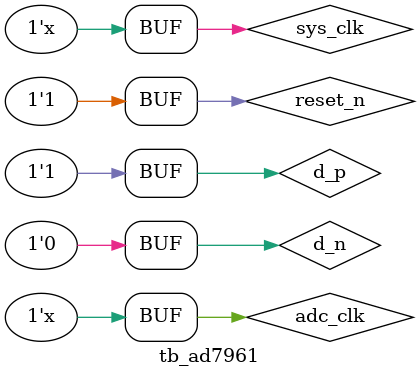
<source format=v>
`timescale 1ns / 1ps

module tb_ad7961;

`timescale 1ns / 1ps
//------------------------------------------------------------------------------
//----------- Module Declaration -----------------------------------------------
//------------------------------------------------------------------------------

reg sys_clk;
reg adc_clk; 
reg reset_n;

reg d_p;
reg d_n;
reg dco_p;
reg dco_n;
reg dco_p_2;
reg dco_n_2;

wire cnv_p;
wire cnv_n;
wire clk_p;
wire clk_n;

wire cnv_p_2;
wire cnv_n_2;
wire clk_p_2;
wire clk_n_2;

wire data_rd;
wire [15:0] data;
wire data_rd_2;
wire [15:0] data_2;

AD7961 adc0
    (
        .m_clk_i(sys_clk),                    // 100 MHz Clock, used for tiing
        .fast_clk_i(adc_clk),                 // Maximum 300 MHz Clock, used for serial transfer
        .reset_n_i(reset_n),                  // Reset signal, active low
        .en_i(),                       // Enable pins input
        .d_pos_i(d_p),                    // Data In, Positive Pair
        .d_neg_i(d_n),                    // Data In, Negative Pair
        .dco_pos_i(dco_p),                  // Echoed Clock In, Positive Pair
        .dco_neg_i(dco_n),                  // Echoed Clock In, Negative Pair
        .en_o(),                       // Enable pins output
        .cnv_pos_o(cnv_p),                  // Convert Out, Positive Pair
        .cnv_neg_o(cnv_n),                  // Convert Out, Negative Pair
        .clk_pos_o(clk_p),                  // Clock Out, Positive Pair
        .clk_neg_o(clk_n),                  // Clock Out, Negative Pair
        .data_rd_rdy_o(data_rd),              // Signals that new data is available
        .data_o(data)                      // Read Data
    );
    
 AD7961_oneclk adc2
        (
            .m_clk_i(),
            .fast_clk_i(adc_clk),                 // Maximum 300 MHz Clock, used for serial transfer
            .reset_n_i(reset_n),                  // Reset signal, active low
            .en_i(),
            .d_pos_i(d_p),                    // Data In, Positive Pair
            .d_neg_i(d_n),                    // Data In, Negative Pair
            .dco_pos_i(dco_p_2),                  // Echoed Clock In, Positive Pair
            .dco_neg_i(dco_n_2),                  // Echoed Clock In, Negative Pair
            .en_o(),
            .cnv_pos_o(cnv_p_2),                  // Convert Out, Positive Pair
            .cnv_neg_o(cnv_n_2),                  // Convert Out, Negative Pair
            .clk_pos_o(clk_p_2),                  // Clock Out, Positive Pair
            .clk_neg_o(clk_n_2),                  // Clock Out, Negative Pair
            .data_rd_rdy_o(data_rd_2),              // Signals that new data is available
            .data_o(data_2)                      // Read Data
        );


	// Generate clock
	initial 
	   sys_clk = 1'b0;
	always 
	   #5 sys_clk = ~sys_clk; //now 200 MHz sys clock
	
	// Generate adc_clk
	initial 
	   adc_clk = 1'b0;
	always 
	   #2 adc_clk = ~adc_clk;
	   
	always @(*) begin
	   #1;
	   dco_p = clk_p;
	   dco_n = clk_n;
	   dco_p_2 = clk_p_2;
	   dco_n_2 = clk_n_2;
   end

	initial begin
		// Initialize Inputs
		#5;
		reset_n = 1'b0;
		#200;
		reset_n = 1'b1;
		d_p = 1'b1;
		d_n = 1'b0;
		#200;
    end

endmodule

</source>
